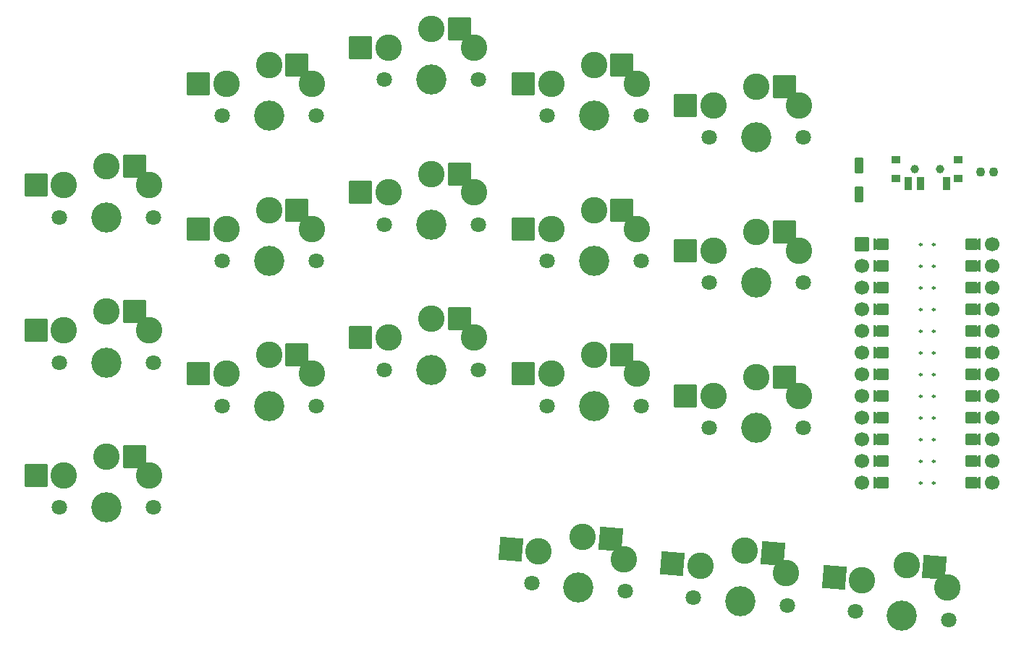
<source format=gbr>
%TF.GenerationSoftware,KiCad,Pcbnew,(6.0.7-1)-1*%
%TF.CreationDate,2022-08-21T13:44:39+10:00*%
%TF.ProjectId,buckyboard_v1,6275636b-7962-46f6-9172-645f76312e6b,v1.0.0*%
%TF.SameCoordinates,Original*%
%TF.FileFunction,Soldermask,Top*%
%TF.FilePolarity,Negative*%
%FSLAX46Y46*%
G04 Gerber Fmt 4.6, Leading zero omitted, Abs format (unit mm)*
G04 Created by KiCad (PCBNEW (6.0.7-1)-1) date 2022-08-21 13:44:39*
%MOMM*%
%LPD*%
G01*
G04 APERTURE LIST*
G04 Aperture macros list*
%AMRoundRect*
0 Rectangle with rounded corners*
0 $1 Rounding radius*
0 $2 $3 $4 $5 $6 $7 $8 $9 X,Y pos of 4 corners*
0 Add a 4 corners polygon primitive as box body*
4,1,4,$2,$3,$4,$5,$6,$7,$8,$9,$2,$3,0*
0 Add four circle primitives for the rounded corners*
1,1,$1+$1,$2,$3*
1,1,$1+$1,$4,$5*
1,1,$1+$1,$6,$7*
1,1,$1+$1,$8,$9*
0 Add four rect primitives between the rounded corners*
20,1,$1+$1,$2,$3,$4,$5,0*
20,1,$1+$1,$4,$5,$6,$7,0*
20,1,$1+$1,$6,$7,$8,$9,0*
20,1,$1+$1,$8,$9,$2,$3,0*%
%AMFreePoly0*
4,1,14,0.635355,0.435355,0.650000,0.400000,0.650000,0.200000,0.635355,0.164645,0.035355,-0.435355,0.000000,-0.450000,-0.035355,-0.435355,-0.635355,0.164645,-0.650000,0.200000,-0.650000,0.400000,-0.635355,0.435355,-0.600000,0.450000,0.600000,0.450000,0.635355,0.435355,0.635355,0.435355,$1*%
%AMFreePoly1*
4,1,16,0.635355,1.035355,0.650000,1.000000,0.650000,-0.250000,0.635355,-0.285355,0.600000,-0.300000,-0.600000,-0.300000,-0.635355,-0.285355,-0.650000,-0.250000,-0.650000,1.000000,-0.635355,1.035355,-0.600000,1.050000,-0.564645,1.035355,0.000000,0.470710,0.564645,1.035355,0.600000,1.050000,0.635355,1.035355,0.635355,1.035355,$1*%
G04 Aperture macros list end*
%ADD10C,0.250000*%
%ADD11C,0.100000*%
%ADD12C,1.100000*%
%ADD13C,3.100000*%
%ADD14C,1.801800*%
%ADD15C,3.529000*%
%ADD16RoundRect,0.050000X-1.300000X-1.300000X1.300000X-1.300000X1.300000X1.300000X-1.300000X1.300000X0*%
%ADD17RoundRect,0.050000X-0.450000X-0.850000X0.450000X-0.850000X0.450000X0.850000X-0.450000X0.850000X0*%
%ADD18RoundRect,0.050000X-1.408356X-1.181751X1.181751X-1.408356X1.408356X1.181751X-1.181751X1.408356X0*%
%ADD19C,1.700000*%
%ADD20FreePoly0,90.000000*%
%ADD21FreePoly0,270.000000*%
%ADD22RoundRect,0.050000X-0.800000X0.800000X-0.800000X-0.800000X0.800000X-0.800000X0.800000X0.800000X0*%
%ADD23FreePoly1,270.000000*%
%ADD24FreePoly1,90.000000*%
%ADD25RoundRect,0.050000X-0.500000X-0.400000X0.500000X-0.400000X0.500000X0.400000X-0.500000X0.400000X0*%
%ADD26C,1.000000*%
%ADD27RoundRect,0.050000X-0.350000X-0.750000X0.350000X-0.750000X0.350000X0.750000X-0.350000X0.750000X0*%
G04 APERTURE END LIST*
D10*
%TO.C,MCU1*%
X96887000Y28280000D02*
G75*
G03*
X96887000Y28280000I-125000J0D01*
G01*
X95363000Y28280000D02*
G75*
G03*
X95363000Y28280000I-125000J0D01*
G01*
X95363000Y15580000D02*
G75*
G03*
X95363000Y15580000I-125000J0D01*
G01*
X95363000Y20660000D02*
G75*
G03*
X95363000Y20660000I-125000J0D01*
G01*
X96887000Y15580000D02*
G75*
G03*
X96887000Y15580000I-125000J0D01*
G01*
X95363000Y30820000D02*
G75*
G03*
X95363000Y30820000I-125000J0D01*
G01*
X95363000Y18120000D02*
G75*
G03*
X95363000Y18120000I-125000J0D01*
G01*
X96887000Y25740000D02*
G75*
G03*
X96887000Y25740000I-125000J0D01*
G01*
X95363000Y13040000D02*
G75*
G03*
X95363000Y13040000I-125000J0D01*
G01*
X95363000Y5420000D02*
G75*
G03*
X95363000Y5420000I-125000J0D01*
G01*
X96887000Y5420000D02*
G75*
G03*
X96887000Y5420000I-125000J0D01*
G01*
X95363000Y10500000D02*
G75*
G03*
X95363000Y10500000I-125000J0D01*
G01*
X96887000Y2880000D02*
G75*
G03*
X96887000Y2880000I-125000J0D01*
G01*
X96887000Y30820000D02*
G75*
G03*
X96887000Y30820000I-125000J0D01*
G01*
X95363000Y7960000D02*
G75*
G03*
X95363000Y7960000I-125000J0D01*
G01*
X95363000Y25740000D02*
G75*
G03*
X95363000Y25740000I-125000J0D01*
G01*
X96887000Y18120000D02*
G75*
G03*
X96887000Y18120000I-125000J0D01*
G01*
X96887000Y23200000D02*
G75*
G03*
X96887000Y23200000I-125000J0D01*
G01*
X95363000Y2880000D02*
G75*
G03*
X95363000Y2880000I-125000J0D01*
G01*
X96887000Y13040000D02*
G75*
G03*
X96887000Y13040000I-125000J0D01*
G01*
X96887000Y20660000D02*
G75*
G03*
X96887000Y20660000I-125000J0D01*
G01*
X95363000Y23200000D02*
G75*
G03*
X95363000Y23200000I-125000J0D01*
G01*
X96887000Y10500000D02*
G75*
G03*
X96887000Y10500000I-125000J0D01*
G01*
X96887000Y7960000D02*
G75*
G03*
X96887000Y7960000I-125000J0D01*
G01*
G36*
X90920000Y7452000D02*
G01*
X89904000Y7452000D01*
X89904000Y8468000D01*
X90920000Y8468000D01*
X90920000Y7452000D01*
G37*
D11*
X90920000Y7452000D02*
X89904000Y7452000D01*
X89904000Y8468000D01*
X90920000Y8468000D01*
X90920000Y7452000D01*
G36*
X90920000Y30312000D02*
G01*
X89904000Y30312000D01*
X89904000Y31328000D01*
X90920000Y31328000D01*
X90920000Y30312000D01*
G37*
X90920000Y30312000D02*
X89904000Y30312000D01*
X89904000Y31328000D01*
X90920000Y31328000D01*
X90920000Y30312000D01*
G36*
X102096000Y27772000D02*
G01*
X101080000Y27772000D01*
X101080000Y28788000D01*
X102096000Y28788000D01*
X102096000Y27772000D01*
G37*
X102096000Y27772000D02*
X101080000Y27772000D01*
X101080000Y28788000D01*
X102096000Y28788000D01*
X102096000Y27772000D01*
G36*
X102096000Y15072000D02*
G01*
X101080000Y15072000D01*
X101080000Y16088000D01*
X102096000Y16088000D01*
X102096000Y15072000D01*
G37*
X102096000Y15072000D02*
X101080000Y15072000D01*
X101080000Y16088000D01*
X102096000Y16088000D01*
X102096000Y15072000D01*
G36*
X90920000Y17612000D02*
G01*
X89904000Y17612000D01*
X89904000Y18628000D01*
X90920000Y18628000D01*
X90920000Y17612000D01*
G37*
X90920000Y17612000D02*
X89904000Y17612000D01*
X89904000Y18628000D01*
X90920000Y18628000D01*
X90920000Y17612000D01*
G36*
X102096000Y17612000D02*
G01*
X101080000Y17612000D01*
X101080000Y18628000D01*
X102096000Y18628000D01*
X102096000Y17612000D01*
G37*
X102096000Y17612000D02*
X101080000Y17612000D01*
X101080000Y18628000D01*
X102096000Y18628000D01*
X102096000Y17612000D01*
G36*
X102096000Y12532000D02*
G01*
X101080000Y12532000D01*
X101080000Y13548000D01*
X102096000Y13548000D01*
X102096000Y12532000D01*
G37*
X102096000Y12532000D02*
X101080000Y12532000D01*
X101080000Y13548000D01*
X102096000Y13548000D01*
X102096000Y12532000D01*
G36*
X90920000Y4912000D02*
G01*
X89904000Y4912000D01*
X89904000Y5928000D01*
X90920000Y5928000D01*
X90920000Y4912000D01*
G37*
X90920000Y4912000D02*
X89904000Y4912000D01*
X89904000Y5928000D01*
X90920000Y5928000D01*
X90920000Y4912000D01*
G36*
X90920000Y9992000D02*
G01*
X89904000Y9992000D01*
X89904000Y11008000D01*
X90920000Y11008000D01*
X90920000Y9992000D01*
G37*
X90920000Y9992000D02*
X89904000Y9992000D01*
X89904000Y11008000D01*
X90920000Y11008000D01*
X90920000Y9992000D01*
G36*
X90920000Y25232000D02*
G01*
X89904000Y25232000D01*
X89904000Y26248000D01*
X90920000Y26248000D01*
X90920000Y25232000D01*
G37*
X90920000Y25232000D02*
X89904000Y25232000D01*
X89904000Y26248000D01*
X90920000Y26248000D01*
X90920000Y25232000D01*
G36*
X102096000Y30312000D02*
G01*
X101080000Y30312000D01*
X101080000Y31328000D01*
X102096000Y31328000D01*
X102096000Y30312000D01*
G37*
X102096000Y30312000D02*
X101080000Y30312000D01*
X101080000Y31328000D01*
X102096000Y31328000D01*
X102096000Y30312000D01*
G36*
X90920000Y22692000D02*
G01*
X89904000Y22692000D01*
X89904000Y23708000D01*
X90920000Y23708000D01*
X90920000Y22692000D01*
G37*
X90920000Y22692000D02*
X89904000Y22692000D01*
X89904000Y23708000D01*
X90920000Y23708000D01*
X90920000Y22692000D01*
G36*
X102096000Y4912000D02*
G01*
X101080000Y4912000D01*
X101080000Y5928000D01*
X102096000Y5928000D01*
X102096000Y4912000D01*
G37*
X102096000Y4912000D02*
X101080000Y4912000D01*
X101080000Y5928000D01*
X102096000Y5928000D01*
X102096000Y4912000D01*
G36*
X90920000Y12532000D02*
G01*
X89904000Y12532000D01*
X89904000Y13548000D01*
X90920000Y13548000D01*
X90920000Y12532000D01*
G37*
X90920000Y12532000D02*
X89904000Y12532000D01*
X89904000Y13548000D01*
X90920000Y13548000D01*
X90920000Y12532000D01*
G36*
X102096000Y25232000D02*
G01*
X101080000Y25232000D01*
X101080000Y26248000D01*
X102096000Y26248000D01*
X102096000Y25232000D01*
G37*
X102096000Y25232000D02*
X101080000Y25232000D01*
X101080000Y26248000D01*
X102096000Y26248000D01*
X102096000Y25232000D01*
G36*
X102096000Y7452000D02*
G01*
X101080000Y7452000D01*
X101080000Y8468000D01*
X102096000Y8468000D01*
X102096000Y7452000D01*
G37*
X102096000Y7452000D02*
X101080000Y7452000D01*
X101080000Y8468000D01*
X102096000Y8468000D01*
X102096000Y7452000D01*
G36*
X90920000Y2372000D02*
G01*
X89904000Y2372000D01*
X89904000Y3388000D01*
X90920000Y3388000D01*
X90920000Y2372000D01*
G37*
X90920000Y2372000D02*
X89904000Y2372000D01*
X89904000Y3388000D01*
X90920000Y3388000D01*
X90920000Y2372000D01*
G36*
X102096000Y20152000D02*
G01*
X101080000Y20152000D01*
X101080000Y21168000D01*
X102096000Y21168000D01*
X102096000Y20152000D01*
G37*
X102096000Y20152000D02*
X101080000Y20152000D01*
X101080000Y21168000D01*
X102096000Y21168000D01*
X102096000Y20152000D01*
G36*
X90920000Y27772000D02*
G01*
X89904000Y27772000D01*
X89904000Y28788000D01*
X90920000Y28788000D01*
X90920000Y27772000D01*
G37*
X90920000Y27772000D02*
X89904000Y27772000D01*
X89904000Y28788000D01*
X90920000Y28788000D01*
X90920000Y27772000D01*
G36*
X90920000Y20152000D02*
G01*
X89904000Y20152000D01*
X89904000Y21168000D01*
X90920000Y21168000D01*
X90920000Y20152000D01*
G37*
X90920000Y20152000D02*
X89904000Y20152000D01*
X89904000Y21168000D01*
X90920000Y21168000D01*
X90920000Y20152000D01*
G36*
X102096000Y9992000D02*
G01*
X101080000Y9992000D01*
X101080000Y11008000D01*
X102096000Y11008000D01*
X102096000Y9992000D01*
G37*
X102096000Y9992000D02*
X101080000Y9992000D01*
X101080000Y11008000D01*
X102096000Y11008000D01*
X102096000Y9992000D01*
G36*
X102096000Y2372000D02*
G01*
X101080000Y2372000D01*
X101080000Y3388000D01*
X102096000Y3388000D01*
X102096000Y2372000D01*
G37*
X102096000Y2372000D02*
X101080000Y2372000D01*
X101080000Y3388000D01*
X102096000Y3388000D01*
X102096000Y2372000D01*
G36*
X102096000Y22692000D02*
G01*
X101080000Y22692000D01*
X101080000Y23708000D01*
X102096000Y23708000D01*
X102096000Y22692000D01*
G37*
X102096000Y22692000D02*
X101080000Y22692000D01*
X101080000Y23708000D01*
X102096000Y23708000D01*
X102096000Y22692000D01*
G36*
X90920000Y15072000D02*
G01*
X89904000Y15072000D01*
X89904000Y16088000D01*
X90920000Y16088000D01*
X90920000Y15072000D01*
G37*
X90920000Y15072000D02*
X89904000Y15072000D01*
X89904000Y16088000D01*
X90920000Y16088000D01*
X90920000Y15072000D01*
%TD*%
D12*
%TO.C,*%
X103750000Y39350000D03*
X102250000Y39350000D03*
%TD*%
D13*
%TO.C,S1*%
X5000000Y3750000D03*
D14*
X-5500000Y0D03*
D13*
X0Y5950000D03*
D14*
X5500000Y0D03*
D13*
X0Y5950000D03*
X-5000000Y3750000D03*
D15*
X0Y0D03*
D16*
X3275000Y5950000D03*
X-8275000Y3750000D03*
%TD*%
D13*
%TO.C,S2*%
X0Y22950000D03*
D14*
X5500000Y17000000D03*
D13*
X-5000000Y20750000D03*
X0Y22950000D03*
D14*
X-5500000Y17000000D03*
D15*
X0Y17000000D03*
D13*
X5000000Y20750000D03*
D16*
X3275000Y22950000D03*
X-8275000Y20750000D03*
%TD*%
D13*
%TO.C,S15*%
X76000000Y49300000D03*
D15*
X76000000Y43350000D03*
D14*
X70500000Y43350000D03*
D13*
X71000000Y47100000D03*
X76000000Y49300000D03*
X81000000Y47100000D03*
D14*
X81500000Y43350000D03*
D16*
X79275000Y49300000D03*
X67725000Y47100000D03*
%TD*%
D13*
%TO.C,S5*%
X14000000Y32650000D03*
X19000000Y34850000D03*
D14*
X24500000Y28900000D03*
D13*
X24000000Y32650000D03*
D15*
X19000000Y28900000D03*
D14*
X13500000Y28900000D03*
D13*
X19000000Y34850000D03*
D16*
X22275000Y34850000D03*
X10725000Y32650000D03*
%TD*%
D13*
%TO.C,S12*%
X52000000Y49650000D03*
X57000000Y51850000D03*
X62000000Y49650000D03*
D14*
X51500000Y45900000D03*
X62500000Y45900000D03*
D13*
X57000000Y51850000D03*
D15*
X57000000Y45900000D03*
D16*
X60275000Y51850000D03*
X48725000Y49650000D03*
%TD*%
D14*
%TO.C,S14*%
X81500000Y26350000D03*
D13*
X71000000Y30100000D03*
X76000000Y32300000D03*
X81000000Y30100000D03*
D15*
X76000000Y26350000D03*
D13*
X76000000Y32300000D03*
D14*
X70500000Y26350000D03*
D16*
X79275000Y32300000D03*
X67725000Y30100000D03*
%TD*%
D13*
%TO.C,S11*%
X57000000Y34850000D03*
X52000000Y32650000D03*
D14*
X51500000Y28900000D03*
D13*
X62000000Y32650000D03*
D14*
X62500000Y28900000D03*
D13*
X57000000Y34850000D03*
D15*
X57000000Y28900000D03*
D16*
X60275000Y34850000D03*
X48725000Y32650000D03*
%TD*%
D13*
%TO.C,S6*%
X19000000Y51850000D03*
D14*
X24500000Y45900000D03*
D13*
X19000000Y51850000D03*
X14000000Y49650000D03*
D15*
X19000000Y45900000D03*
D14*
X13500000Y45900000D03*
D13*
X24000000Y49650000D03*
D16*
X22275000Y51850000D03*
X10725000Y49650000D03*
%TD*%
D17*
%TO.C,*%
X88000000Y36650000D03*
X88000000Y40050000D03*
%TD*%
D13*
%TO.C,S7*%
X33000000Y19900000D03*
X43000000Y19900000D03*
D15*
X38000000Y16150000D03*
D13*
X38000000Y22100000D03*
D14*
X32500000Y16150000D03*
D13*
X38000000Y22100000D03*
D14*
X43500000Y16150000D03*
D16*
X41275000Y22100000D03*
X29725000Y19900000D03*
%TD*%
D13*
%TO.C,S17*%
X74646276Y-5078601D03*
D14*
X79606770Y-11485316D03*
D13*
X79435507Y-7706008D03*
D15*
X74127699Y-11005959D03*
D13*
X74646276Y-5078601D03*
D14*
X68648628Y-10526602D03*
D13*
X69473560Y-6834450D03*
D18*
X77908813Y-5364036D03*
X66211022Y-6549015D03*
%TD*%
D13*
%TO.C,S18*%
X88401260Y-8490409D03*
X98363207Y-9361967D03*
X93573976Y-6734560D03*
D14*
X87576328Y-12182561D03*
D13*
X93573976Y-6734560D03*
D14*
X98534470Y-13141275D03*
D15*
X93055399Y-12661918D03*
D18*
X96836513Y-7019995D03*
X85138722Y-8204974D03*
%TD*%
D19*
%TO.C,MCU1*%
X103620000Y13040000D03*
X88380000Y18120000D03*
X103620000Y18120000D03*
D20*
X90158000Y23200000D03*
D21*
X101842000Y15580000D03*
D22*
X88380000Y30820000D03*
D19*
X103620000Y28280000D03*
X103620000Y2880000D03*
X103620000Y5420000D03*
D20*
X90158000Y30820000D03*
D19*
X88380000Y13040000D03*
X88380000Y10500000D03*
X103620000Y15580000D03*
D20*
X90158000Y20660000D03*
D19*
X103620000Y25740000D03*
X103620000Y7960000D03*
D21*
X101842000Y18120000D03*
D19*
X88380000Y30820000D03*
X88380000Y5420000D03*
D20*
X90158000Y13040000D03*
D21*
X101842000Y7960000D03*
D20*
X90158000Y25740000D03*
D21*
X101842000Y28280000D03*
D19*
X88380000Y25740000D03*
X103620000Y20660000D03*
D20*
X90158000Y10500000D03*
D19*
X88380000Y7960000D03*
D21*
X101842000Y2880000D03*
D19*
X88380000Y2880000D03*
D20*
X90158000Y7960000D03*
D19*
X103620000Y30820000D03*
X88380000Y20660000D03*
X103620000Y23200000D03*
X88380000Y23200000D03*
D20*
X90158000Y18120000D03*
X90158000Y5420000D03*
D21*
X101842000Y20660000D03*
D19*
X88380000Y28280000D03*
D21*
X101842000Y25740000D03*
D20*
X90158000Y28280000D03*
D21*
X101842000Y10500000D03*
X101842000Y13040000D03*
D20*
X90158000Y15580000D03*
D19*
X88380000Y15580000D03*
D21*
X101842000Y5420000D03*
X101842000Y30820000D03*
X101842000Y23200000D03*
D19*
X103620000Y10500000D03*
D20*
X90158000Y2880000D03*
D23*
X100826000Y30820000D03*
X100826000Y28280000D03*
X100826000Y25740000D03*
X100826000Y23200000D03*
X100826000Y20660000D03*
X100826000Y18120000D03*
X100826000Y15580000D03*
X100826000Y13040000D03*
X100826000Y10500000D03*
X100826000Y7960000D03*
X100826000Y5420000D03*
X100826000Y2880000D03*
D24*
X91174000Y2880000D03*
X91174000Y5420000D03*
X91174000Y7960000D03*
X91174000Y10500000D03*
X91174000Y13040000D03*
X91174000Y15580000D03*
X91174000Y18120000D03*
X91174000Y20660000D03*
X91174000Y23200000D03*
X91174000Y25740000D03*
X91174000Y28280000D03*
X91174000Y30820000D03*
%TD*%
D25*
%TO.C,*%
X92350000Y38570000D03*
D26*
X94500000Y39680000D03*
D25*
X99650000Y40780000D03*
X99650000Y38570000D03*
D26*
X97500000Y39680000D03*
X94500000Y39680000D03*
X97500000Y39680000D03*
D25*
X92350000Y40780000D03*
D27*
X98250000Y37920000D03*
X95250000Y37920000D03*
X93750000Y37920000D03*
%TD*%
D13*
%TO.C,S4*%
X19000000Y17850000D03*
D15*
X19000000Y11900000D03*
D13*
X24000000Y15650000D03*
D14*
X13500000Y11900000D03*
D13*
X14000000Y15650000D03*
D14*
X24500000Y11900000D03*
D13*
X19000000Y17850000D03*
D16*
X22275000Y17850000D03*
X10725000Y15650000D03*
%TD*%
D13*
%TO.C,S3*%
X0Y39950000D03*
D14*
X5500000Y34000000D03*
D13*
X-5000000Y37750000D03*
D14*
X-5500000Y34000000D03*
D13*
X0Y39950000D03*
D15*
X0Y34000000D03*
D13*
X5000000Y37750000D03*
D16*
X3275000Y39950000D03*
X-8275000Y37750000D03*
%TD*%
D13*
%TO.C,S8*%
X38000000Y39100000D03*
X33000000Y36900000D03*
D14*
X43500000Y33150000D03*
X32500000Y33150000D03*
D13*
X38000000Y39100000D03*
X43000000Y36900000D03*
D15*
X38000000Y33150000D03*
D16*
X41275000Y39100000D03*
X29725000Y36900000D03*
%TD*%
D14*
%TO.C,S13*%
X81500000Y9350000D03*
X70500000Y9350000D03*
D13*
X81000000Y13100000D03*
X76000000Y15300000D03*
D15*
X76000000Y9350000D03*
D13*
X71000000Y13100000D03*
X76000000Y15300000D03*
D16*
X79275000Y15300000D03*
X67725000Y13100000D03*
%TD*%
D14*
%TO.C,S9*%
X32500000Y50150000D03*
X43500000Y50150000D03*
D13*
X38000000Y56100000D03*
X33000000Y53900000D03*
D15*
X38000000Y50150000D03*
D13*
X38000000Y56100000D03*
X43000000Y53900000D03*
D16*
X41275000Y56100000D03*
X29725000Y53900000D03*
%TD*%
D13*
%TO.C,S10*%
X62000000Y15650000D03*
X57000000Y17850000D03*
D14*
X62500000Y11900000D03*
D13*
X52000000Y15650000D03*
X57000000Y17850000D03*
D15*
X57000000Y11900000D03*
D14*
X51500000Y11900000D03*
D16*
X60275000Y17850000D03*
X48725000Y15650000D03*
%TD*%
D13*
%TO.C,S16*%
X60507808Y-6050049D03*
X50545861Y-5178491D03*
X55718577Y-3422642D03*
D14*
X60679071Y-9829357D03*
D13*
X55718577Y-3422642D03*
D15*
X55200000Y-9350000D03*
D14*
X49720929Y-8870643D03*
D18*
X58981114Y-3708077D03*
X47283323Y-4893056D03*
%TD*%
M02*

</source>
